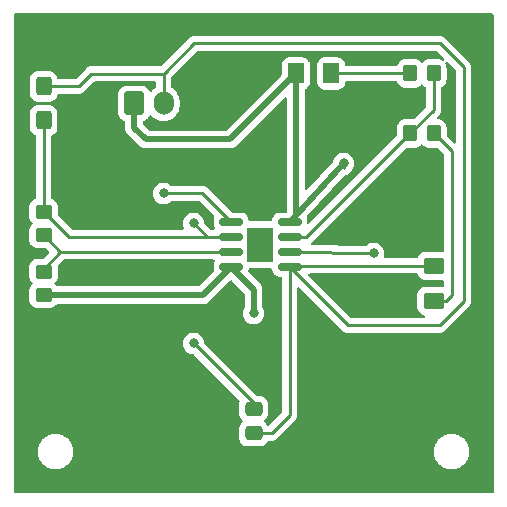
<source format=gbr>
%TF.GenerationSoftware,KiCad,Pcbnew,7.0.8*%
%TF.CreationDate,2023-10-28T09:33:15-07:00*%
%TF.ProjectId,lab2 KiCad,6c616232-204b-4694-9361-642e6b696361,rev?*%
%TF.SameCoordinates,Original*%
%TF.FileFunction,Copper,L1,Top*%
%TF.FilePolarity,Positive*%
%FSLAX46Y46*%
G04 Gerber Fmt 4.6, Leading zero omitted, Abs format (unit mm)*
G04 Created by KiCad (PCBNEW 7.0.8) date 2023-10-28 09:33:15*
%MOMM*%
%LPD*%
G01*
G04 APERTURE LIST*
G04 Aperture macros list*
%AMRoundRect*
0 Rectangle with rounded corners*
0 $1 Rounding radius*
0 $2 $3 $4 $5 $6 $7 $8 $9 X,Y pos of 4 corners*
0 Add a 4 corners polygon primitive as box body*
4,1,4,$2,$3,$4,$5,$6,$7,$8,$9,$2,$3,0*
0 Add four circle primitives for the rounded corners*
1,1,$1+$1,$2,$3*
1,1,$1+$1,$4,$5*
1,1,$1+$1,$6,$7*
1,1,$1+$1,$8,$9*
0 Add four rect primitives between the rounded corners*
20,1,$1+$1,$2,$3,$4,$5,0*
20,1,$1+$1,$4,$5,$6,$7,0*
20,1,$1+$1,$6,$7,$8,$9,0*
20,1,$1+$1,$8,$9,$2,$3,0*%
G04 Aperture macros list end*
%TA.AperFunction,SMDPad,CuDef*%
%ADD10RoundRect,0.250000X0.450000X-0.350000X0.450000X0.350000X-0.450000X0.350000X-0.450000X-0.350000X0*%
%TD*%
%TA.AperFunction,SMDPad,CuDef*%
%ADD11RoundRect,0.250001X0.462499X0.624999X-0.462499X0.624999X-0.462499X-0.624999X0.462499X-0.624999X0*%
%TD*%
%TA.AperFunction,SMDPad,CuDef*%
%ADD12RoundRect,0.150000X0.825000X0.150000X-0.825000X0.150000X-0.825000X-0.150000X0.825000X-0.150000X0*%
%TD*%
%TA.AperFunction,SMDPad,CuDef*%
%ADD13R,2.290000X3.000000*%
%TD*%
%TA.AperFunction,SMDPad,CuDef*%
%ADD14RoundRect,0.250000X-0.475000X0.337500X-0.475000X-0.337500X0.475000X-0.337500X0.475000X0.337500X0*%
%TD*%
%TA.AperFunction,SMDPad,CuDef*%
%ADD15RoundRect,0.250001X-0.624999X0.462499X-0.624999X-0.462499X0.624999X-0.462499X0.624999X0.462499X0*%
%TD*%
%TA.AperFunction,ComponentPad*%
%ADD16RoundRect,0.250000X-0.600000X-0.750000X0.600000X-0.750000X0.600000X0.750000X-0.600000X0.750000X0*%
%TD*%
%TA.AperFunction,ComponentPad*%
%ADD17O,1.700000X2.000000*%
%TD*%
%TA.AperFunction,SMDPad,CuDef*%
%ADD18RoundRect,0.250000X-0.350000X-0.450000X0.350000X-0.450000X0.350000X0.450000X-0.350000X0.450000X0*%
%TD*%
%TA.AperFunction,SMDPad,CuDef*%
%ADD19RoundRect,0.250000X0.425000X-0.537500X0.425000X0.537500X-0.425000X0.537500X-0.425000X-0.537500X0*%
%TD*%
%TA.AperFunction,ViaPad*%
%ADD20C,0.800000*%
%TD*%
%TA.AperFunction,Conductor*%
%ADD21C,0.250000*%
%TD*%
%TA.AperFunction,Conductor*%
%ADD22C,0.500000*%
%TD*%
G04 APERTURE END LIST*
D10*
%TO.P,R2,1*%
%TO.N,/pin_7*%
X162560000Y-107680000D03*
%TO.P,R2,2*%
%TO.N,/pin_2*%
X162560000Y-105680000D03*
%TD*%
D11*
%TO.P,D1,1,K*%
%TO.N,Net-(D1-K)*%
X186907500Y-93980000D03*
%TO.P,D1,2,A*%
%TO.N,+9V*%
X183932500Y-93980000D03*
%TD*%
D12*
%TO.P,U1,1,GND*%
%TO.N,GND*%
X183385000Y-110375000D03*
%TO.P,U1,2,TR*%
%TO.N,/pin_2*%
X183385000Y-109105000D03*
%TO.P,U1,3,Q*%
%TO.N,/pin_3*%
X183385000Y-107835000D03*
%TO.P,U1,4,R*%
%TO.N,+9V*%
X183385000Y-106565000D03*
%TO.P,U1,5,CV*%
%TO.N,Net-(U1-CV)*%
X178435000Y-106565000D03*
%TO.P,U1,6,THR*%
%TO.N,/pin_2*%
X178435000Y-107835000D03*
%TO.P,U1,7,DIS*%
%TO.N,/pin_7*%
X178435000Y-109105000D03*
%TO.P,U1,8,VCC*%
%TO.N,+9V*%
X178435000Y-110375000D03*
D13*
%TO.P,U1,9*%
%TO.N,N/C*%
X180910000Y-108470000D03*
%TD*%
D14*
%TO.P,C2,1*%
%TO.N,Net-(U1-CV)*%
X180340000Y-122385000D03*
%TO.P,C2,2*%
%TO.N,GND*%
X180340000Y-124460000D03*
%TD*%
D10*
%TO.P,R1,1*%
%TO.N,+9V*%
X162560000Y-112760000D03*
%TO.P,R1,2*%
%TO.N,/pin_7*%
X162560000Y-110760000D03*
%TD*%
D15*
%TO.P,D2,1,K*%
%TO.N,GND*%
X195580000Y-110272500D03*
%TO.P,D2,2,A*%
%TO.N,Net-(D2-A)*%
X195580000Y-113247500D03*
%TD*%
D16*
%TO.P,J1,1,Pin_1*%
%TO.N,+9V*%
X170220000Y-96520000D03*
D17*
%TO.P,J1,2,Pin_2*%
%TO.N,GND*%
X172720000Y-96520000D03*
%TD*%
D18*
%TO.P,R3,1*%
%TO.N,Net-(D1-K)*%
X193580000Y-93980000D03*
%TO.P,R3,2*%
%TO.N,/pin_3*%
X195580000Y-93980000D03*
%TD*%
D19*
%TO.P,C1,1*%
%TO.N,/pin_2*%
X162560000Y-97957500D03*
%TO.P,C1,2*%
%TO.N,GND*%
X162560000Y-95082500D03*
%TD*%
D18*
%TO.P,R4,1*%
%TO.N,/pin_3*%
X193580000Y-99060000D03*
%TO.P,R4,2*%
%TO.N,Net-(D2-A)*%
X195580000Y-99060000D03*
%TD*%
D20*
%TO.N,/pin_2*%
X175260000Y-106680000D03*
X190500000Y-109220000D03*
%TO.N,Net-(U1-CV)*%
X175260000Y-116840000D03*
X172720000Y-104140000D03*
%TO.N,+9V*%
X180340000Y-114300000D03*
X187960000Y-101600000D03*
%TD*%
D21*
%TO.N,GND*%
X183385000Y-122939000D02*
X183385000Y-110375000D01*
X181864000Y-124460000D02*
X183385000Y-122939000D01*
X180340000Y-124460000D02*
X181864000Y-124460000D01*
%TO.N,Net-(D2-A)*%
X197104000Y-100584000D02*
X195580000Y-99060000D01*
X195580000Y-113247500D02*
X196632500Y-113247500D01*
X196632500Y-113247500D02*
X197104000Y-112776000D01*
X197104000Y-112776000D02*
X197104000Y-100584000D01*
%TO.N,GND*%
X188326000Y-115316000D02*
X183385000Y-110375000D01*
X198120000Y-113284000D02*
X196088000Y-115316000D01*
X196088000Y-115316000D02*
X188326000Y-115316000D01*
X198120000Y-93472000D02*
X198120000Y-113284000D01*
X196088000Y-91440000D02*
X198120000Y-93472000D01*
X172740000Y-94000000D02*
X175300000Y-91440000D01*
X175300000Y-91440000D02*
X196088000Y-91440000D01*
D22*
%TO.N,+9V*%
X170220000Y-98592000D02*
X170220000Y-96520000D01*
X178344500Y-99568000D02*
X171196000Y-99568000D01*
X183932500Y-93980000D02*
X178344500Y-99568000D01*
X171196000Y-99568000D02*
X170220000Y-98592000D01*
D21*
%TO.N,GND*%
X165521500Y-95082500D02*
X162560000Y-95082500D01*
X166604000Y-94000000D02*
X165521500Y-95082500D01*
X172740000Y-94000000D02*
X166604000Y-94000000D01*
X172720000Y-96520000D02*
X172720000Y-94020000D01*
X172720000Y-94020000D02*
X172740000Y-94000000D01*
%TO.N,/pin_2*%
X176415000Y-107835000D02*
X178435000Y-107835000D01*
X190500000Y-109220000D02*
X190385000Y-109105000D01*
X183385000Y-109105000D02*
X190500000Y-109220000D01*
X162560000Y-97957500D02*
X162560000Y-105680000D01*
X162560000Y-105680000D02*
X164715000Y-107835000D01*
X164715000Y-107835000D02*
X178435000Y-107835000D01*
X175260000Y-106680000D02*
X176415000Y-107835000D01*
%TO.N,GND*%
X195580000Y-110272500D02*
X183487500Y-110272500D01*
X183487500Y-110272500D02*
X183385000Y-110375000D01*
%TO.N,Net-(U1-CV)*%
X172720000Y-104140000D02*
X176010000Y-104140000D01*
X180340000Y-121920000D02*
X175260000Y-116840000D01*
X176010000Y-104140000D02*
X178435000Y-106565000D01*
X180340000Y-122385000D02*
X180340000Y-121920000D01*
%TO.N,Net-(D1-K)*%
X193580000Y-93980000D02*
X186907500Y-93980000D01*
D22*
%TO.N,+9V*%
X180340000Y-112280000D02*
X178435000Y-110375000D01*
X183932500Y-93980000D02*
X183932500Y-106017500D01*
X162560000Y-112760000D02*
X176050000Y-112760000D01*
D21*
X183932500Y-106017500D02*
X183385000Y-106565000D01*
D22*
X176050000Y-112760000D02*
X178435000Y-110375000D01*
X180340000Y-114300000D02*
X180340000Y-112280000D01*
D21*
X187960000Y-101600000D02*
X187960000Y-101990000D01*
D22*
X183385000Y-106565000D02*
X187960000Y-101600000D01*
D21*
%TO.N,/pin_7*%
X163985000Y-109105000D02*
X178435000Y-109105000D01*
X162560000Y-110760000D02*
X162560000Y-110530000D01*
X162560000Y-110530000D02*
X163985000Y-109105000D01*
X162560000Y-107680000D02*
X163985000Y-109105000D01*
%TO.N,/pin_3*%
X193580000Y-99060000D02*
X184805000Y-107835000D01*
X195580000Y-93980000D02*
X195580000Y-97060000D01*
X195580000Y-97060000D02*
X193580000Y-99060000D01*
X184805000Y-107835000D02*
X183385000Y-107835000D01*
%TD*%
%TA.AperFunction,NonConductor*%
G36*
X200602539Y-88920185D02*
G01*
X200648294Y-88972989D01*
X200659500Y-89024500D01*
X200659500Y-129415500D01*
X200639815Y-129482539D01*
X200587011Y-129528294D01*
X200535500Y-129539500D01*
X160144500Y-129539500D01*
X160077461Y-129519815D01*
X160031706Y-129467011D01*
X160020500Y-129415500D01*
X160020500Y-125984000D01*
X162070357Y-125984000D01*
X162078029Y-126076589D01*
X162078350Y-126080456D01*
X162078562Y-126085579D01*
X162078562Y-126108081D01*
X162082265Y-126130282D01*
X162082899Y-126135365D01*
X162090891Y-126231816D01*
X162090891Y-126231818D01*
X162114654Y-126325657D01*
X162115705Y-126330672D01*
X162119407Y-126352854D01*
X162119409Y-126352862D01*
X162126714Y-126374141D01*
X162128176Y-126379053D01*
X162151935Y-126472874D01*
X162151939Y-126472887D01*
X162190815Y-126561515D01*
X162192677Y-126566286D01*
X162199986Y-126587576D01*
X162199988Y-126587579D01*
X162210698Y-126607371D01*
X162212948Y-126611975D01*
X162251827Y-126700608D01*
X162304764Y-126781634D01*
X162307388Y-126786038D01*
X162318095Y-126805823D01*
X162318098Y-126805828D01*
X162331926Y-126823595D01*
X162334903Y-126827765D01*
X162387834Y-126908782D01*
X162387838Y-126908787D01*
X162453393Y-126980000D01*
X162456706Y-126983911D01*
X162470522Y-127001662D01*
X162487080Y-127016905D01*
X162490694Y-127020519D01*
X162556256Y-127091738D01*
X162632651Y-127151199D01*
X162636547Y-127154499D01*
X162642913Y-127160360D01*
X162653099Y-127169737D01*
X162671936Y-127182044D01*
X162676102Y-127185018D01*
X162752491Y-127244474D01*
X162837640Y-127290554D01*
X162842001Y-127293153D01*
X162860855Y-127305471D01*
X162881494Y-127314524D01*
X162886033Y-127316743D01*
X162971190Y-127362828D01*
X163062754Y-127394262D01*
X163067489Y-127396109D01*
X163088116Y-127405157D01*
X163109932Y-127410681D01*
X163114816Y-127412135D01*
X163186089Y-127436603D01*
X163206385Y-127443571D01*
X163240189Y-127449211D01*
X163301866Y-127459503D01*
X163306879Y-127460555D01*
X163328676Y-127466075D01*
X163328678Y-127466075D01*
X163328685Y-127466077D01*
X163351125Y-127467936D01*
X163356169Y-127468564D01*
X163451665Y-127484500D01*
X163451666Y-127484500D01*
X163548448Y-127484500D01*
X163553561Y-127484711D01*
X163569415Y-127486025D01*
X163575998Y-127486571D01*
X163576000Y-127486571D01*
X163576002Y-127486571D01*
X163582584Y-127486025D01*
X163598438Y-127484711D01*
X163603552Y-127484500D01*
X163700330Y-127484500D01*
X163700335Y-127484500D01*
X163795851Y-127468561D01*
X163800862Y-127467937D01*
X163823315Y-127466077D01*
X163845153Y-127460546D01*
X163850105Y-127459508D01*
X163945614Y-127443571D01*
X164037198Y-127412129D01*
X164042042Y-127410688D01*
X164063884Y-127405157D01*
X164084500Y-127396113D01*
X164089234Y-127394265D01*
X164180810Y-127362828D01*
X164265975Y-127316738D01*
X164270505Y-127314524D01*
X164291145Y-127305471D01*
X164310008Y-127293146D01*
X164314337Y-127290566D01*
X164399509Y-127244474D01*
X164475931Y-127184992D01*
X164480018Y-127182073D01*
X164498898Y-127169739D01*
X164515466Y-127154487D01*
X164519341Y-127151204D01*
X164595744Y-127091738D01*
X164661313Y-127020510D01*
X164664897Y-127016925D01*
X164681477Y-127001663D01*
X164695320Y-126983876D01*
X164698581Y-126980026D01*
X164764164Y-126908785D01*
X164817127Y-126827718D01*
X164820053Y-126823620D01*
X164833902Y-126805828D01*
X164844623Y-126786016D01*
X164847233Y-126781636D01*
X164900173Y-126700607D01*
X164939061Y-126611950D01*
X164941299Y-126607375D01*
X164941301Y-126607371D01*
X164952014Y-126587576D01*
X164959336Y-126566246D01*
X164961162Y-126561564D01*
X165000063Y-126472881D01*
X165023826Y-126379041D01*
X165025278Y-126374162D01*
X165032592Y-126352859D01*
X165036296Y-126330658D01*
X165037340Y-126325677D01*
X165061108Y-126231821D01*
X165069104Y-126135321D01*
X165069733Y-126130282D01*
X165073438Y-126108081D01*
X165074088Y-126076589D01*
X165074283Y-126072812D01*
X165081643Y-125984000D01*
X195598357Y-125984000D01*
X195606029Y-126076589D01*
X195606350Y-126080456D01*
X195606562Y-126085579D01*
X195606562Y-126108081D01*
X195610265Y-126130282D01*
X195610899Y-126135365D01*
X195618891Y-126231816D01*
X195618891Y-126231818D01*
X195642654Y-126325657D01*
X195643705Y-126330672D01*
X195647407Y-126352854D01*
X195647409Y-126352862D01*
X195654714Y-126374141D01*
X195656176Y-126379053D01*
X195679935Y-126472874D01*
X195679939Y-126472887D01*
X195718815Y-126561515D01*
X195720677Y-126566286D01*
X195727986Y-126587576D01*
X195727988Y-126587579D01*
X195738698Y-126607371D01*
X195740948Y-126611975D01*
X195779827Y-126700608D01*
X195832764Y-126781634D01*
X195835388Y-126786038D01*
X195846095Y-126805823D01*
X195846098Y-126805828D01*
X195859926Y-126823595D01*
X195862903Y-126827765D01*
X195915834Y-126908782D01*
X195915838Y-126908787D01*
X195981393Y-126980000D01*
X195984706Y-126983911D01*
X195998522Y-127001662D01*
X196015080Y-127016905D01*
X196018694Y-127020519D01*
X196084256Y-127091738D01*
X196160651Y-127151199D01*
X196164547Y-127154499D01*
X196170913Y-127160360D01*
X196181099Y-127169737D01*
X196199936Y-127182044D01*
X196204102Y-127185018D01*
X196280491Y-127244474D01*
X196365640Y-127290554D01*
X196370001Y-127293153D01*
X196388855Y-127305471D01*
X196409494Y-127314524D01*
X196414033Y-127316743D01*
X196499190Y-127362828D01*
X196590754Y-127394262D01*
X196595489Y-127396109D01*
X196616116Y-127405157D01*
X196637932Y-127410681D01*
X196642816Y-127412135D01*
X196714089Y-127436603D01*
X196734385Y-127443571D01*
X196768189Y-127449211D01*
X196829866Y-127459503D01*
X196834879Y-127460555D01*
X196856676Y-127466075D01*
X196856678Y-127466075D01*
X196856685Y-127466077D01*
X196879125Y-127467936D01*
X196884169Y-127468564D01*
X196979665Y-127484500D01*
X196979666Y-127484500D01*
X197076448Y-127484500D01*
X197081561Y-127484711D01*
X197097415Y-127486025D01*
X197103998Y-127486571D01*
X197104000Y-127486571D01*
X197104002Y-127486571D01*
X197110584Y-127486025D01*
X197126438Y-127484711D01*
X197131552Y-127484500D01*
X197228330Y-127484500D01*
X197228335Y-127484500D01*
X197323851Y-127468561D01*
X197328862Y-127467937D01*
X197351315Y-127466077D01*
X197373153Y-127460546D01*
X197378105Y-127459508D01*
X197473614Y-127443571D01*
X197565198Y-127412129D01*
X197570042Y-127410688D01*
X197591884Y-127405157D01*
X197612500Y-127396113D01*
X197617234Y-127394265D01*
X197708810Y-127362828D01*
X197793975Y-127316738D01*
X197798505Y-127314524D01*
X197819145Y-127305471D01*
X197838008Y-127293146D01*
X197842337Y-127290566D01*
X197927509Y-127244474D01*
X198003931Y-127184992D01*
X198008018Y-127182073D01*
X198026898Y-127169739D01*
X198043466Y-127154487D01*
X198047341Y-127151204D01*
X198123744Y-127091738D01*
X198189313Y-127020510D01*
X198192897Y-127016925D01*
X198209477Y-127001663D01*
X198223320Y-126983876D01*
X198226581Y-126980026D01*
X198292164Y-126908785D01*
X198345127Y-126827718D01*
X198348053Y-126823620D01*
X198361902Y-126805828D01*
X198372623Y-126786016D01*
X198375233Y-126781636D01*
X198428173Y-126700607D01*
X198467061Y-126611950D01*
X198469299Y-126607375D01*
X198469301Y-126607371D01*
X198480014Y-126587576D01*
X198487336Y-126566246D01*
X198489162Y-126561564D01*
X198528063Y-126472881D01*
X198551826Y-126379041D01*
X198553278Y-126374162D01*
X198560592Y-126352859D01*
X198564296Y-126330658D01*
X198565340Y-126325677D01*
X198589108Y-126231821D01*
X198597104Y-126135321D01*
X198597733Y-126130282D01*
X198601438Y-126108081D01*
X198602088Y-126076589D01*
X198602283Y-126072812D01*
X198609643Y-125984000D01*
X198602284Y-125895190D01*
X198602088Y-125891407D01*
X198601438Y-125859919D01*
X198597733Y-125837714D01*
X198597103Y-125832666D01*
X198589108Y-125736179D01*
X198565341Y-125642327D01*
X198564295Y-125637334D01*
X198560592Y-125615143D01*
X198560591Y-125615140D01*
X198553283Y-125593850D01*
X198551825Y-125588952D01*
X198528062Y-125495116D01*
X198489185Y-125406487D01*
X198489174Y-125406461D01*
X198487329Y-125401734D01*
X198480014Y-125380424D01*
X198469298Y-125360622D01*
X198467052Y-125356029D01*
X198428173Y-125267393D01*
X198428173Y-125267392D01*
X198375231Y-125186358D01*
X198372607Y-125181954D01*
X198361904Y-125162177D01*
X198361902Y-125162172D01*
X198348080Y-125144413D01*
X198345102Y-125140242D01*
X198292166Y-125059218D01*
X198292165Y-125059217D01*
X198292164Y-125059215D01*
X198249147Y-125012486D01*
X198226606Y-124987999D01*
X198223295Y-124984090D01*
X198209477Y-124966337D01*
X198209473Y-124966332D01*
X198192919Y-124951093D01*
X198189301Y-124947476D01*
X198123744Y-124876262D01*
X198047352Y-124816804D01*
X198043444Y-124813493D01*
X198026898Y-124798261D01*
X198008063Y-124785955D01*
X198003897Y-124782981D01*
X197927509Y-124723526D01*
X197927508Y-124723525D01*
X197927505Y-124723523D01*
X197927503Y-124723522D01*
X197842385Y-124677459D01*
X197837981Y-124674835D01*
X197819145Y-124662529D01*
X197798547Y-124653494D01*
X197793940Y-124651242D01*
X197708811Y-124605172D01*
X197708802Y-124605169D01*
X197617259Y-124573742D01*
X197612484Y-124571879D01*
X197612312Y-124571803D01*
X197591884Y-124562843D01*
X197591880Y-124562842D01*
X197591878Y-124562841D01*
X197570076Y-124557319D01*
X197565166Y-124555858D01*
X197473614Y-124524429D01*
X197378138Y-124508496D01*
X197373123Y-124507444D01*
X197351312Y-124501922D01*
X197351316Y-124501922D01*
X197328895Y-124500065D01*
X197323810Y-124499431D01*
X197228336Y-124483500D01*
X197228335Y-124483500D01*
X197131541Y-124483500D01*
X197126427Y-124483288D01*
X197110555Y-124481973D01*
X197104002Y-124481430D01*
X197103998Y-124481430D01*
X197097444Y-124481973D01*
X197081572Y-124483288D01*
X197076459Y-124483500D01*
X196979665Y-124483500D01*
X196884188Y-124499431D01*
X196879103Y-124500065D01*
X196856688Y-124501922D01*
X196856683Y-124501923D01*
X196834880Y-124507444D01*
X196829866Y-124508495D01*
X196734382Y-124524429D01*
X196642834Y-124555856D01*
X196637927Y-124557317D01*
X196616126Y-124562839D01*
X196616116Y-124562843D01*
X196595510Y-124571881D01*
X196590738Y-124573742D01*
X196499194Y-124605170D01*
X196499183Y-124605175D01*
X196414062Y-124651240D01*
X196409458Y-124653491D01*
X196388854Y-124662529D01*
X196388845Y-124662534D01*
X196370023Y-124674831D01*
X196365621Y-124677455D01*
X196280492Y-124723524D01*
X196280489Y-124723527D01*
X196204106Y-124782977D01*
X196199938Y-124785954D01*
X196181099Y-124798263D01*
X196164542Y-124813503D01*
X196160635Y-124816812D01*
X196084255Y-124876262D01*
X196018697Y-124947476D01*
X196015075Y-124951098D01*
X195998529Y-124966330D01*
X195998514Y-124966346D01*
X195984699Y-124984094D01*
X195981390Y-124988001D01*
X195915836Y-125059215D01*
X195862901Y-125140236D01*
X195859925Y-125144404D01*
X195846099Y-125162170D01*
X195846094Y-125162177D01*
X195835386Y-125181964D01*
X195832763Y-125186365D01*
X195779828Y-125267390D01*
X195740953Y-125356015D01*
X195738704Y-125360615D01*
X195727985Y-125380424D01*
X195720676Y-125401714D01*
X195718814Y-125406487D01*
X195692724Y-125465967D01*
X195679939Y-125495116D01*
X195679936Y-125495122D01*
X195656177Y-125588942D01*
X195654716Y-125593850D01*
X195647408Y-125615140D01*
X195643705Y-125637327D01*
X195642654Y-125642342D01*
X195618891Y-125736178D01*
X195618891Y-125736182D01*
X195610898Y-125832634D01*
X195610265Y-125837714D01*
X195606562Y-125859919D01*
X195606562Y-125882419D01*
X195606350Y-125887535D01*
X195598357Y-125984000D01*
X165081643Y-125984000D01*
X165074284Y-125895190D01*
X165074088Y-125891407D01*
X165073438Y-125859919D01*
X165069733Y-125837714D01*
X165069103Y-125832666D01*
X165061108Y-125736179D01*
X165037341Y-125642327D01*
X165036295Y-125637334D01*
X165032592Y-125615143D01*
X165032591Y-125615140D01*
X165025283Y-125593850D01*
X165023825Y-125588952D01*
X165000062Y-125495116D01*
X164961185Y-125406487D01*
X164961174Y-125406461D01*
X164959329Y-125401734D01*
X164952014Y-125380424D01*
X164941298Y-125360622D01*
X164939052Y-125356029D01*
X164900173Y-125267393D01*
X164900173Y-125267392D01*
X164847231Y-125186358D01*
X164844607Y-125181954D01*
X164833904Y-125162177D01*
X164833902Y-125162172D01*
X164820080Y-125144413D01*
X164817102Y-125140242D01*
X164764166Y-125059218D01*
X164764165Y-125059217D01*
X164764164Y-125059215D01*
X164721147Y-125012486D01*
X164698606Y-124987999D01*
X164695295Y-124984090D01*
X164681477Y-124966337D01*
X164681473Y-124966332D01*
X164664919Y-124951093D01*
X164661301Y-124947476D01*
X164595744Y-124876262D01*
X164519352Y-124816804D01*
X164515444Y-124813493D01*
X164498898Y-124798261D01*
X164480063Y-124785955D01*
X164475897Y-124782981D01*
X164399509Y-124723526D01*
X164399508Y-124723525D01*
X164399505Y-124723523D01*
X164399503Y-124723522D01*
X164314385Y-124677459D01*
X164309981Y-124674835D01*
X164291145Y-124662529D01*
X164270547Y-124653494D01*
X164265940Y-124651242D01*
X164180811Y-124605172D01*
X164180802Y-124605169D01*
X164089259Y-124573742D01*
X164084484Y-124571879D01*
X164084312Y-124571803D01*
X164063884Y-124562843D01*
X164063880Y-124562842D01*
X164063878Y-124562841D01*
X164042076Y-124557319D01*
X164037166Y-124555858D01*
X163945614Y-124524429D01*
X163850138Y-124508496D01*
X163845123Y-124507444D01*
X163823312Y-124501922D01*
X163823316Y-124501922D01*
X163800895Y-124500065D01*
X163795810Y-124499431D01*
X163700336Y-124483500D01*
X163700335Y-124483500D01*
X163603541Y-124483500D01*
X163598427Y-124483288D01*
X163582555Y-124481973D01*
X163576002Y-124481430D01*
X163575998Y-124481430D01*
X163569444Y-124481973D01*
X163553572Y-124483288D01*
X163548459Y-124483500D01*
X163451665Y-124483500D01*
X163356188Y-124499431D01*
X163351103Y-124500065D01*
X163328688Y-124501922D01*
X163328683Y-124501923D01*
X163306880Y-124507444D01*
X163301866Y-124508495D01*
X163206382Y-124524429D01*
X163114834Y-124555856D01*
X163109927Y-124557317D01*
X163088126Y-124562839D01*
X163088116Y-124562843D01*
X163067510Y-124571881D01*
X163062738Y-124573742D01*
X162971194Y-124605170D01*
X162971183Y-124605175D01*
X162886062Y-124651240D01*
X162881458Y-124653491D01*
X162860854Y-124662529D01*
X162860845Y-124662534D01*
X162842023Y-124674831D01*
X162837621Y-124677455D01*
X162752492Y-124723524D01*
X162752489Y-124723527D01*
X162676106Y-124782977D01*
X162671938Y-124785954D01*
X162653099Y-124798263D01*
X162636542Y-124813503D01*
X162632635Y-124816812D01*
X162556255Y-124876262D01*
X162490697Y-124947476D01*
X162487075Y-124951098D01*
X162470529Y-124966330D01*
X162470514Y-124966346D01*
X162456699Y-124984094D01*
X162453390Y-124988001D01*
X162387836Y-125059215D01*
X162334901Y-125140236D01*
X162331925Y-125144404D01*
X162318099Y-125162170D01*
X162318094Y-125162177D01*
X162307386Y-125181964D01*
X162304763Y-125186365D01*
X162251828Y-125267390D01*
X162212953Y-125356015D01*
X162210704Y-125360615D01*
X162199985Y-125380424D01*
X162192676Y-125401714D01*
X162190814Y-125406487D01*
X162164724Y-125465967D01*
X162151939Y-125495116D01*
X162151936Y-125495122D01*
X162128177Y-125588942D01*
X162126716Y-125593850D01*
X162119408Y-125615140D01*
X162115705Y-125637327D01*
X162114654Y-125642342D01*
X162090891Y-125736178D01*
X162090891Y-125736182D01*
X162082898Y-125832634D01*
X162082265Y-125837714D01*
X162078562Y-125859919D01*
X162078562Y-125882419D01*
X162078350Y-125887535D01*
X162070357Y-125984000D01*
X160020500Y-125984000D01*
X160020500Y-113160001D01*
X161359500Y-113160001D01*
X161359501Y-113160019D01*
X161370000Y-113262796D01*
X161370001Y-113262799D01*
X161398310Y-113348229D01*
X161425186Y-113429334D01*
X161517288Y-113578656D01*
X161641344Y-113702712D01*
X161790666Y-113794814D01*
X161957203Y-113849999D01*
X162059991Y-113860500D01*
X163060008Y-113860499D01*
X163060016Y-113860498D01*
X163060019Y-113860498D01*
X163116302Y-113854748D01*
X163162797Y-113849999D01*
X163329334Y-113794814D01*
X163478656Y-113702712D01*
X163602712Y-113578656D01*
X163608420Y-113569402D01*
X163660368Y-113522678D01*
X163713958Y-113510500D01*
X175986295Y-113510500D01*
X176004265Y-113511809D01*
X176028023Y-113515289D01*
X176080068Y-113510735D01*
X176085470Y-113510500D01*
X176093704Y-113510500D01*
X176093709Y-113510500D01*
X176105327Y-113509141D01*
X176126276Y-113506693D01*
X176139028Y-113505577D01*
X176202797Y-113499999D01*
X176202805Y-113499996D01*
X176209866Y-113498539D01*
X176209878Y-113498598D01*
X176217243Y-113496965D01*
X176217229Y-113496906D01*
X176224246Y-113495241D01*
X176224255Y-113495241D01*
X176296423Y-113468974D01*
X176369334Y-113444814D01*
X176369343Y-113444807D01*
X176375882Y-113441760D01*
X176375908Y-113441816D01*
X176382690Y-113438532D01*
X176382663Y-113438478D01*
X176389106Y-113435240D01*
X176389117Y-113435237D01*
X176453283Y-113393034D01*
X176518656Y-113352712D01*
X176518662Y-113352705D01*
X176524325Y-113348229D01*
X176524362Y-113348277D01*
X176530204Y-113343518D01*
X176530164Y-113343471D01*
X176535691Y-113338832D01*
X176535696Y-113338830D01*
X176588386Y-113282981D01*
X178347318Y-111524047D01*
X178408641Y-111490563D01*
X178478332Y-111495547D01*
X178522680Y-111524048D01*
X179553181Y-112554549D01*
X179586666Y-112615872D01*
X179589500Y-112642230D01*
X179589500Y-113765677D01*
X179572887Y-113827677D01*
X179512821Y-113931714D01*
X179454327Y-114111740D01*
X179454326Y-114111744D01*
X179434540Y-114300000D01*
X179454326Y-114488256D01*
X179454327Y-114488259D01*
X179512818Y-114668277D01*
X179512821Y-114668284D01*
X179607467Y-114832216D01*
X179734129Y-114972888D01*
X179887265Y-115084148D01*
X179887270Y-115084151D01*
X180060192Y-115161142D01*
X180060197Y-115161144D01*
X180245354Y-115200500D01*
X180245355Y-115200500D01*
X180434644Y-115200500D01*
X180434646Y-115200500D01*
X180619803Y-115161144D01*
X180792730Y-115084151D01*
X180945871Y-114972888D01*
X181072533Y-114832216D01*
X181167179Y-114668284D01*
X181225674Y-114488256D01*
X181245460Y-114300000D01*
X181225674Y-114111744D01*
X181167179Y-113931716D01*
X181127389Y-113862797D01*
X181107113Y-113827677D01*
X181090500Y-113765677D01*
X181090500Y-112343705D01*
X181091809Y-112325735D01*
X181093184Y-112316345D01*
X181095289Y-112301977D01*
X181090735Y-112249931D01*
X181090500Y-112244528D01*
X181090500Y-112236297D01*
X181090500Y-112236291D01*
X181086693Y-112203724D01*
X181079999Y-112127203D01*
X181079999Y-112127201D01*
X181078539Y-112120129D01*
X181078597Y-112120116D01*
X181076965Y-112112757D01*
X181076906Y-112112772D01*
X181075242Y-112105753D01*
X181075241Y-112105745D01*
X181048974Y-112033576D01*
X181024814Y-111960666D01*
X181024809Y-111960659D01*
X181021760Y-111954118D01*
X181021815Y-111954091D01*
X181018533Y-111947313D01*
X181018480Y-111947340D01*
X181015235Y-111940880D01*
X180973028Y-111876708D01*
X180932710Y-111811342D01*
X180928234Y-111805682D01*
X180928281Y-111805644D01*
X180923519Y-111799799D01*
X180923474Y-111799838D01*
X180918834Y-111794308D01*
X180862964Y-111741596D01*
X179923734Y-110802366D01*
X179890249Y-110741043D01*
X179892339Y-110680089D01*
X179907598Y-110627569D01*
X179910500Y-110590694D01*
X179910541Y-110589643D01*
X179932836Y-110523426D01*
X179987391Y-110479774D01*
X180034446Y-110470499D01*
X181785554Y-110470499D01*
X181852593Y-110490184D01*
X181898348Y-110542988D01*
X181909459Y-110589643D01*
X181909500Y-110590700D01*
X181912401Y-110627566D01*
X181912402Y-110627573D01*
X181958254Y-110785393D01*
X181958255Y-110785396D01*
X182041917Y-110926862D01*
X182041923Y-110926870D01*
X182158129Y-111043076D01*
X182158133Y-111043079D01*
X182158135Y-111043081D01*
X182299602Y-111126744D01*
X182341224Y-111138836D01*
X182457426Y-111172597D01*
X182457429Y-111172597D01*
X182457431Y-111172598D01*
X182469722Y-111173565D01*
X182494304Y-111175500D01*
X182494306Y-111175500D01*
X182635500Y-111175500D01*
X182702539Y-111195185D01*
X182748294Y-111247989D01*
X182759500Y-111299500D01*
X182759500Y-122628547D01*
X182739815Y-122695586D01*
X182723181Y-122716228D01*
X181662752Y-123776656D01*
X181601429Y-123810141D01*
X181531737Y-123805157D01*
X181475804Y-123763285D01*
X181469532Y-123754071D01*
X181407712Y-123653844D01*
X181283658Y-123529790D01*
X181283656Y-123529788D01*
X181280819Y-123528038D01*
X181279283Y-123526330D01*
X181277989Y-123525307D01*
X181278163Y-123525085D01*
X181234096Y-123476094D01*
X181222872Y-123407132D01*
X181250713Y-123343049D01*
X181280817Y-123316962D01*
X181283656Y-123315212D01*
X181407712Y-123191156D01*
X181499814Y-123041834D01*
X181554999Y-122875297D01*
X181565500Y-122772509D01*
X181565499Y-121997492D01*
X181554999Y-121894703D01*
X181499814Y-121728166D01*
X181407712Y-121578844D01*
X181283656Y-121454788D01*
X181134334Y-121362686D01*
X180967797Y-121307501D01*
X180967795Y-121307500D01*
X180865016Y-121297000D01*
X180865009Y-121297000D01*
X180652952Y-121297000D01*
X180585913Y-121277315D01*
X180565271Y-121260681D01*
X176198960Y-116894369D01*
X176165475Y-116833046D01*
X176163323Y-116819668D01*
X176145674Y-116651744D01*
X176087179Y-116471716D01*
X175992533Y-116307784D01*
X175865871Y-116167112D01*
X175865870Y-116167111D01*
X175712734Y-116055851D01*
X175712729Y-116055848D01*
X175539807Y-115978857D01*
X175539802Y-115978855D01*
X175385974Y-115946159D01*
X175354646Y-115939500D01*
X175165354Y-115939500D01*
X175134026Y-115946159D01*
X174980197Y-115978855D01*
X174980192Y-115978857D01*
X174807270Y-116055848D01*
X174807265Y-116055851D01*
X174654129Y-116167111D01*
X174527466Y-116307785D01*
X174432821Y-116471715D01*
X174432818Y-116471722D01*
X174374327Y-116651740D01*
X174374326Y-116651744D01*
X174354540Y-116840000D01*
X174374326Y-117028256D01*
X174374327Y-117028259D01*
X174432818Y-117208277D01*
X174432821Y-117208284D01*
X174527467Y-117372216D01*
X174654129Y-117512888D01*
X174807265Y-117624148D01*
X174807270Y-117624151D01*
X174980192Y-117701142D01*
X174980197Y-117701144D01*
X175165354Y-117740500D01*
X175224548Y-117740500D01*
X175291587Y-117760185D01*
X175312229Y-117776819D01*
X179146858Y-121611449D01*
X179180343Y-121672772D01*
X179176883Y-121738134D01*
X179125001Y-121894703D01*
X179125000Y-121894704D01*
X179114500Y-121997483D01*
X179114500Y-122772501D01*
X179114501Y-122772519D01*
X179125000Y-122875296D01*
X179125001Y-122875299D01*
X179159226Y-122978582D01*
X179180186Y-123041834D01*
X179259912Y-123171092D01*
X179272289Y-123191157D01*
X179396346Y-123315214D01*
X179399182Y-123316963D01*
X179400717Y-123318670D01*
X179402011Y-123319693D01*
X179401836Y-123319914D01*
X179445905Y-123368911D01*
X179457126Y-123437874D01*
X179429282Y-123501956D01*
X179399182Y-123528037D01*
X179396346Y-123529785D01*
X179272289Y-123653842D01*
X179180187Y-123803163D01*
X179180185Y-123803168D01*
X179169803Y-123834500D01*
X179125001Y-123969703D01*
X179125001Y-123969704D01*
X179125000Y-123969704D01*
X179114500Y-124072483D01*
X179114500Y-124847501D01*
X179114501Y-124847519D01*
X179125000Y-124950296D01*
X179125001Y-124950299D01*
X179180185Y-125116831D01*
X179180187Y-125116836D01*
X179208154Y-125162177D01*
X179272288Y-125266156D01*
X179396344Y-125390212D01*
X179545666Y-125482314D01*
X179712203Y-125537499D01*
X179814991Y-125548000D01*
X180865008Y-125547999D01*
X180865016Y-125547998D01*
X180865019Y-125547998D01*
X180921302Y-125542248D01*
X180967797Y-125537499D01*
X181134334Y-125482314D01*
X181283656Y-125390212D01*
X181407712Y-125266156D01*
X181482809Y-125144402D01*
X181534757Y-125097679D01*
X181588348Y-125085500D01*
X181781257Y-125085500D01*
X181796877Y-125087224D01*
X181796904Y-125086939D01*
X181804660Y-125087671D01*
X181804667Y-125087673D01*
X181873814Y-125085500D01*
X181903350Y-125085500D01*
X181910228Y-125084630D01*
X181916041Y-125084172D01*
X181962627Y-125082709D01*
X181981869Y-125077117D01*
X182000912Y-125073174D01*
X182020792Y-125070664D01*
X182064122Y-125053507D01*
X182069646Y-125051617D01*
X182073396Y-125050527D01*
X182114390Y-125038618D01*
X182131629Y-125028422D01*
X182149103Y-125019862D01*
X182167727Y-125012488D01*
X182167727Y-125012487D01*
X182167732Y-125012486D01*
X182205449Y-124985082D01*
X182210305Y-124981892D01*
X182250420Y-124958170D01*
X182264589Y-124943999D01*
X182279379Y-124931368D01*
X182295587Y-124919594D01*
X182325299Y-124883676D01*
X182329212Y-124879376D01*
X183768787Y-123439802D01*
X183781042Y-123429986D01*
X183780859Y-123429764D01*
X183786866Y-123424792D01*
X183786877Y-123424786D01*
X183817775Y-123391882D01*
X183834227Y-123374364D01*
X183844671Y-123363918D01*
X183855120Y-123353471D01*
X183859379Y-123347978D01*
X183863152Y-123343561D01*
X183895062Y-123309582D01*
X183904715Y-123292020D01*
X183915389Y-123275770D01*
X183927673Y-123259936D01*
X183946180Y-123217167D01*
X183948749Y-123211924D01*
X183971196Y-123171093D01*
X183971197Y-123171092D01*
X183976177Y-123151691D01*
X183982478Y-123133288D01*
X183990438Y-123114896D01*
X183997730Y-123068849D01*
X183998911Y-123063152D01*
X184010500Y-123018019D01*
X184010500Y-122997983D01*
X184012027Y-122978582D01*
X184015160Y-122958804D01*
X184010775Y-122912415D01*
X184010500Y-122906577D01*
X184010500Y-112184452D01*
X184030185Y-112117413D01*
X184082989Y-112071658D01*
X184152147Y-112061714D01*
X184215703Y-112090739D01*
X184222180Y-112096770D01*
X186057123Y-113931714D01*
X187825197Y-115699788D01*
X187835022Y-115712051D01*
X187835243Y-115711869D01*
X187840214Y-115717878D01*
X187861043Y-115737437D01*
X187890635Y-115765226D01*
X187911529Y-115786120D01*
X187917011Y-115790373D01*
X187921443Y-115794157D01*
X187955418Y-115826062D01*
X187972976Y-115835714D01*
X187989235Y-115846395D01*
X188005064Y-115858673D01*
X188047838Y-115877182D01*
X188053056Y-115879738D01*
X188093908Y-115902197D01*
X188113316Y-115907180D01*
X188131717Y-115913480D01*
X188150104Y-115921437D01*
X188193488Y-115928308D01*
X188196119Y-115928725D01*
X188201839Y-115929909D01*
X188246981Y-115941500D01*
X188267016Y-115941500D01*
X188286414Y-115943026D01*
X188306194Y-115946159D01*
X188306195Y-115946160D01*
X188306195Y-115946159D01*
X188306196Y-115946160D01*
X188352584Y-115941775D01*
X188358422Y-115941500D01*
X196005257Y-115941500D01*
X196020877Y-115943224D01*
X196020904Y-115942939D01*
X196028660Y-115943671D01*
X196028667Y-115943673D01*
X196097814Y-115941500D01*
X196127350Y-115941500D01*
X196134228Y-115940630D01*
X196140041Y-115940172D01*
X196186627Y-115938709D01*
X196205869Y-115933117D01*
X196224912Y-115929174D01*
X196244792Y-115926664D01*
X196288122Y-115909507D01*
X196293646Y-115907617D01*
X196297396Y-115906527D01*
X196338390Y-115894618D01*
X196355629Y-115884422D01*
X196373103Y-115875862D01*
X196391727Y-115868488D01*
X196391727Y-115868487D01*
X196391732Y-115868486D01*
X196429449Y-115841082D01*
X196434305Y-115837892D01*
X196474420Y-115814170D01*
X196488589Y-115799999D01*
X196503379Y-115787368D01*
X196519587Y-115775594D01*
X196549299Y-115739676D01*
X196553212Y-115735376D01*
X198503788Y-113784801D01*
X198516042Y-113774986D01*
X198515859Y-113774764D01*
X198521866Y-113769792D01*
X198521877Y-113769786D01*
X198552775Y-113736882D01*
X198569227Y-113719364D01*
X198579671Y-113708918D01*
X198590120Y-113698471D01*
X198594379Y-113692978D01*
X198598152Y-113688561D01*
X198630062Y-113654582D01*
X198639715Y-113637020D01*
X198650389Y-113620770D01*
X198662673Y-113604936D01*
X198681180Y-113562167D01*
X198683749Y-113556924D01*
X198706196Y-113516093D01*
X198706197Y-113516092D01*
X198711177Y-113496691D01*
X198717478Y-113478288D01*
X198725438Y-113459896D01*
X198732730Y-113413849D01*
X198733911Y-113408152D01*
X198745500Y-113363019D01*
X198745500Y-113342983D01*
X198747027Y-113323582D01*
X198750160Y-113303804D01*
X198745775Y-113257415D01*
X198745500Y-113251577D01*
X198745500Y-93554742D01*
X198747224Y-93539122D01*
X198746939Y-93539096D01*
X198747671Y-93531340D01*
X198747673Y-93531333D01*
X198745500Y-93462185D01*
X198745500Y-93432650D01*
X198744631Y-93425772D01*
X198744172Y-93419943D01*
X198743210Y-93389336D01*
X198742709Y-93373373D01*
X198742405Y-93372328D01*
X198737122Y-93354144D01*
X198733174Y-93335084D01*
X198733140Y-93334815D01*
X198730664Y-93315208D01*
X198730663Y-93315206D01*
X198730663Y-93315204D01*
X198713512Y-93271887D01*
X198711619Y-93266358D01*
X198698618Y-93221609D01*
X198698616Y-93221606D01*
X198688423Y-93204371D01*
X198679861Y-93186894D01*
X198672487Y-93168270D01*
X198672486Y-93168268D01*
X198645079Y-93130545D01*
X198641888Y-93125686D01*
X198618172Y-93085583D01*
X198618165Y-93085574D01*
X198604006Y-93071415D01*
X198591368Y-93056619D01*
X198579594Y-93040413D01*
X198573853Y-93035664D01*
X198543688Y-93010709D01*
X198539376Y-93006786D01*
X196588803Y-91056212D01*
X196578980Y-91043950D01*
X196578759Y-91044134D01*
X196573786Y-91038123D01*
X196555159Y-91020631D01*
X196523364Y-90990773D01*
X196512919Y-90980328D01*
X196502475Y-90969883D01*
X196496986Y-90965625D01*
X196492561Y-90961847D01*
X196458582Y-90929938D01*
X196458580Y-90929936D01*
X196458577Y-90929935D01*
X196441029Y-90920288D01*
X196424763Y-90909604D01*
X196408933Y-90897325D01*
X196366168Y-90878818D01*
X196360922Y-90876248D01*
X196320093Y-90853803D01*
X196320092Y-90853802D01*
X196300693Y-90848822D01*
X196282281Y-90842518D01*
X196263898Y-90834562D01*
X196263892Y-90834560D01*
X196217874Y-90827272D01*
X196212152Y-90826087D01*
X196167021Y-90814500D01*
X196167019Y-90814500D01*
X196146984Y-90814500D01*
X196127586Y-90812973D01*
X196120162Y-90811797D01*
X196107805Y-90809840D01*
X196107804Y-90809840D01*
X196061416Y-90814225D01*
X196055578Y-90814500D01*
X175382743Y-90814500D01*
X175367122Y-90812775D01*
X175367095Y-90813061D01*
X175359333Y-90812326D01*
X175290172Y-90814500D01*
X175260649Y-90814500D01*
X175253778Y-90815367D01*
X175247959Y-90815825D01*
X175201374Y-90817289D01*
X175201368Y-90817290D01*
X175182126Y-90822880D01*
X175163087Y-90826823D01*
X175143217Y-90829334D01*
X175143203Y-90829337D01*
X175099883Y-90846488D01*
X175094358Y-90848380D01*
X175049613Y-90861380D01*
X175049610Y-90861381D01*
X175032366Y-90871579D01*
X175014905Y-90880133D01*
X174996274Y-90887510D01*
X174996262Y-90887517D01*
X174958570Y-90914902D01*
X174953687Y-90918109D01*
X174913580Y-90941829D01*
X174899414Y-90955995D01*
X174884624Y-90968627D01*
X174868414Y-90980404D01*
X174868411Y-90980407D01*
X174838710Y-91016309D01*
X174834777Y-91020631D01*
X172517228Y-93338181D01*
X172455905Y-93371666D01*
X172429547Y-93374500D01*
X166686737Y-93374500D01*
X166671120Y-93372776D01*
X166671093Y-93373062D01*
X166663331Y-93372327D01*
X166594203Y-93374500D01*
X166564650Y-93374500D01*
X166563929Y-93374590D01*
X166557757Y-93375369D01*
X166551945Y-93375826D01*
X166505373Y-93377290D01*
X166505372Y-93377290D01*
X166486129Y-93382881D01*
X166467079Y-93386825D01*
X166447211Y-93389334D01*
X166447209Y-93389335D01*
X166403884Y-93406488D01*
X166398357Y-93408380D01*
X166353610Y-93421381D01*
X166353609Y-93421382D01*
X166336367Y-93431579D01*
X166318899Y-93440137D01*
X166300269Y-93447513D01*
X166300267Y-93447514D01*
X166262576Y-93474898D01*
X166257694Y-93478105D01*
X166217579Y-93501830D01*
X166203408Y-93516000D01*
X166188623Y-93528628D01*
X166172412Y-93540407D01*
X166142709Y-93576310D01*
X166138777Y-93580631D01*
X165298728Y-94420681D01*
X165237405Y-94454166D01*
X165211047Y-94457000D01*
X163836012Y-94457000D01*
X163768973Y-94437315D01*
X163723218Y-94384511D01*
X163718306Y-94372004D01*
X163682322Y-94263413D01*
X163669814Y-94225666D01*
X163577712Y-94076344D01*
X163453656Y-93952288D01*
X163304334Y-93860186D01*
X163137797Y-93805001D01*
X163137795Y-93805000D01*
X163035010Y-93794500D01*
X162084998Y-93794500D01*
X162084980Y-93794501D01*
X161982203Y-93805000D01*
X161982200Y-93805001D01*
X161815668Y-93860185D01*
X161815663Y-93860187D01*
X161666342Y-93952289D01*
X161542289Y-94076342D01*
X161450187Y-94225663D01*
X161450186Y-94225666D01*
X161395001Y-94392203D01*
X161395001Y-94392204D01*
X161395000Y-94392204D01*
X161384500Y-94494983D01*
X161384500Y-95670001D01*
X161384501Y-95670018D01*
X161395000Y-95772796D01*
X161395001Y-95772799D01*
X161401320Y-95791867D01*
X161450186Y-95939334D01*
X161542288Y-96088656D01*
X161666344Y-96212712D01*
X161815666Y-96304814D01*
X161982203Y-96359999D01*
X162084991Y-96370500D01*
X163035008Y-96370499D01*
X163035016Y-96370498D01*
X163035019Y-96370498D01*
X163091302Y-96364748D01*
X163137797Y-96359999D01*
X163304334Y-96304814D01*
X163453656Y-96212712D01*
X163577712Y-96088656D01*
X163669814Y-95939334D01*
X163718306Y-95792994D01*
X163758077Y-95735551D01*
X163822593Y-95708728D01*
X163836011Y-95708000D01*
X165438757Y-95708000D01*
X165454377Y-95709724D01*
X165454404Y-95709439D01*
X165462160Y-95710171D01*
X165462167Y-95710173D01*
X165531314Y-95708000D01*
X165560850Y-95708000D01*
X165567728Y-95707130D01*
X165573541Y-95706672D01*
X165620127Y-95705209D01*
X165639369Y-95699617D01*
X165658412Y-95695674D01*
X165678292Y-95693164D01*
X165721622Y-95676007D01*
X165727146Y-95674117D01*
X165730896Y-95673027D01*
X165771890Y-95661118D01*
X165789129Y-95650922D01*
X165806603Y-95642362D01*
X165825227Y-95634988D01*
X165825227Y-95634987D01*
X165825232Y-95634986D01*
X165862949Y-95607582D01*
X165867805Y-95604392D01*
X165907920Y-95580670D01*
X165922089Y-95566499D01*
X165936879Y-95553868D01*
X165953087Y-95542094D01*
X165982799Y-95506176D01*
X165986712Y-95501876D01*
X166826772Y-94661819D01*
X166888095Y-94628334D01*
X166914453Y-94625500D01*
X171970500Y-94625500D01*
X172037539Y-94645185D01*
X172083294Y-94697989D01*
X172094500Y-94749500D01*
X172094500Y-95094773D01*
X172074815Y-95161812D01*
X172041623Y-95196348D01*
X171848597Y-95331505D01*
X171701398Y-95478705D01*
X171640075Y-95512190D01*
X171570383Y-95507206D01*
X171514450Y-95465334D01*
X171508178Y-95456120D01*
X171412712Y-95301344D01*
X171288657Y-95177289D01*
X171288656Y-95177288D01*
X171154877Y-95094773D01*
X171139336Y-95085187D01*
X171139331Y-95085185D01*
X171137862Y-95084698D01*
X170972797Y-95030001D01*
X170972795Y-95030000D01*
X170870010Y-95019500D01*
X169569998Y-95019500D01*
X169569981Y-95019501D01*
X169467203Y-95030000D01*
X169467200Y-95030001D01*
X169300668Y-95085185D01*
X169300663Y-95085187D01*
X169151342Y-95177289D01*
X169027289Y-95301342D01*
X168935187Y-95450663D01*
X168935185Y-95450668D01*
X168918220Y-95501865D01*
X168880001Y-95617203D01*
X168880001Y-95617204D01*
X168880000Y-95617204D01*
X168869500Y-95719983D01*
X168869500Y-97320001D01*
X168869501Y-97320018D01*
X168880000Y-97422796D01*
X168880001Y-97422799D01*
X168925733Y-97560806D01*
X168935186Y-97589334D01*
X169027288Y-97738656D01*
X169151344Y-97862712D01*
X169300666Y-97954814D01*
X169384505Y-97982595D01*
X169441948Y-98022366D01*
X169468772Y-98086882D01*
X169469500Y-98100300D01*
X169469500Y-98528294D01*
X169468191Y-98546263D01*
X169464710Y-98570025D01*
X169469264Y-98622064D01*
X169469500Y-98627470D01*
X169469500Y-98635709D01*
X169470912Y-98647795D01*
X169473306Y-98668274D01*
X169480000Y-98744791D01*
X169481461Y-98751867D01*
X169481403Y-98751878D01*
X169483034Y-98759237D01*
X169483092Y-98759224D01*
X169484757Y-98766250D01*
X169511025Y-98838424D01*
X169535185Y-98911331D01*
X169538236Y-98917874D01*
X169538182Y-98917898D01*
X169541470Y-98924688D01*
X169541521Y-98924663D01*
X169544761Y-98931113D01*
X169544762Y-98931114D01*
X169544763Y-98931117D01*
X169566164Y-98963656D01*
X169586965Y-98995283D01*
X169627287Y-99060655D01*
X169631766Y-99066319D01*
X169631719Y-99066356D01*
X169636482Y-99072202D01*
X169636528Y-99072164D01*
X169641173Y-99077700D01*
X169697019Y-99130387D01*
X170620269Y-100053637D01*
X170632049Y-100067268D01*
X170646389Y-100086530D01*
X170646391Y-100086532D01*
X170686409Y-100120110D01*
X170690399Y-100123766D01*
X170696223Y-100129590D01*
X170721939Y-100149923D01*
X170780786Y-100199302D01*
X170780788Y-100199303D01*
X170786823Y-100203272D01*
X170786789Y-100203322D01*
X170793144Y-100207370D01*
X170793177Y-100207318D01*
X170799319Y-100211107D01*
X170799323Y-100211110D01*
X170868219Y-100243237D01*
X170868914Y-100243561D01*
X170937558Y-100278036D01*
X170937561Y-100278037D01*
X170937567Y-100278040D01*
X170937572Y-100278041D01*
X170944355Y-100280510D01*
X170944334Y-100280567D01*
X170951451Y-100283040D01*
X170951470Y-100282984D01*
X170958330Y-100285257D01*
X171033532Y-100300784D01*
X171108279Y-100318500D01*
X171108288Y-100318500D01*
X171115452Y-100319338D01*
X171115445Y-100319397D01*
X171122946Y-100320163D01*
X171122952Y-100320104D01*
X171130140Y-100320733D01*
X171130143Y-100320732D01*
X171130144Y-100320733D01*
X171206898Y-100318500D01*
X178280795Y-100318500D01*
X178298765Y-100319809D01*
X178322523Y-100323289D01*
X178374568Y-100318735D01*
X178379970Y-100318500D01*
X178388204Y-100318500D01*
X178388209Y-100318500D01*
X178399827Y-100317141D01*
X178420776Y-100314693D01*
X178433528Y-100313577D01*
X178497297Y-100307999D01*
X178497305Y-100307996D01*
X178504366Y-100306539D01*
X178504378Y-100306598D01*
X178511743Y-100304965D01*
X178511729Y-100304906D01*
X178518746Y-100303241D01*
X178518755Y-100303241D01*
X178590923Y-100276974D01*
X178663834Y-100252814D01*
X178663843Y-100252807D01*
X178670382Y-100249760D01*
X178670408Y-100249816D01*
X178677190Y-100246532D01*
X178677163Y-100246478D01*
X178683606Y-100243240D01*
X178683617Y-100243237D01*
X178747783Y-100201034D01*
X178813156Y-100160712D01*
X178813162Y-100160705D01*
X178818825Y-100156229D01*
X178818862Y-100156277D01*
X178824704Y-100151518D01*
X178824664Y-100151471D01*
X178830191Y-100146832D01*
X178830196Y-100146830D01*
X178851956Y-100123766D01*
X178882886Y-100090981D01*
X182970319Y-96003548D01*
X183031642Y-95970063D01*
X183101334Y-95975047D01*
X183157267Y-96016919D01*
X183181684Y-96082383D01*
X183182000Y-96091229D01*
X183182000Y-105629355D01*
X183162315Y-105696394D01*
X183149192Y-105713379D01*
X183138923Y-105724524D01*
X183079020Y-105760488D01*
X183047731Y-105764500D01*
X182494304Y-105764500D01*
X182457432Y-105767401D01*
X182457426Y-105767402D01*
X182299606Y-105813254D01*
X182299603Y-105813255D01*
X182158137Y-105896917D01*
X182158129Y-105896923D01*
X182041923Y-106013129D01*
X182041917Y-106013137D01*
X181958255Y-106154603D01*
X181958254Y-106154606D01*
X181912402Y-106312426D01*
X181912401Y-106312433D01*
X181909500Y-106349300D01*
X181909459Y-106350357D01*
X181887164Y-106416574D01*
X181832608Y-106460225D01*
X181785554Y-106469500D01*
X180034446Y-106469500D01*
X179967407Y-106449815D01*
X179921652Y-106397011D01*
X179910541Y-106350357D01*
X179910500Y-106349300D01*
X179907598Y-106312433D01*
X179907597Y-106312426D01*
X179861745Y-106154606D01*
X179861744Y-106154603D01*
X179861744Y-106154602D01*
X179778081Y-106013135D01*
X179778079Y-106013133D01*
X179778076Y-106013129D01*
X179661870Y-105896923D01*
X179661862Y-105896917D01*
X179520396Y-105813255D01*
X179520393Y-105813254D01*
X179362573Y-105767402D01*
X179362567Y-105767401D01*
X179325696Y-105764500D01*
X179325694Y-105764500D01*
X178570452Y-105764500D01*
X178503413Y-105744815D01*
X178482771Y-105728181D01*
X176510803Y-103756212D01*
X176500980Y-103743950D01*
X176500759Y-103744134D01*
X176495786Y-103738123D01*
X176445364Y-103690773D01*
X176434919Y-103680328D01*
X176424475Y-103669883D01*
X176418986Y-103665625D01*
X176414561Y-103661847D01*
X176380582Y-103629938D01*
X176380580Y-103629936D01*
X176380577Y-103629935D01*
X176363029Y-103620288D01*
X176346763Y-103609604D01*
X176330933Y-103597325D01*
X176288168Y-103578818D01*
X176282922Y-103576248D01*
X176242093Y-103553803D01*
X176242092Y-103553802D01*
X176222693Y-103548822D01*
X176204281Y-103542518D01*
X176185898Y-103534562D01*
X176185892Y-103534560D01*
X176139874Y-103527272D01*
X176134152Y-103526087D01*
X176089021Y-103514500D01*
X176089019Y-103514500D01*
X176068984Y-103514500D01*
X176049586Y-103512973D01*
X176042162Y-103511797D01*
X176029805Y-103509840D01*
X176029804Y-103509840D01*
X175983416Y-103514225D01*
X175977578Y-103514500D01*
X173423748Y-103514500D01*
X173356709Y-103494815D01*
X173331600Y-103473474D01*
X173325873Y-103467114D01*
X173325869Y-103467110D01*
X173172734Y-103355851D01*
X173172729Y-103355848D01*
X172999807Y-103278857D01*
X172999802Y-103278855D01*
X172854001Y-103247865D01*
X172814646Y-103239500D01*
X172625354Y-103239500D01*
X172592897Y-103246398D01*
X172440197Y-103278855D01*
X172440192Y-103278857D01*
X172267270Y-103355848D01*
X172267265Y-103355851D01*
X172114129Y-103467111D01*
X171987466Y-103607785D01*
X171892821Y-103771715D01*
X171892818Y-103771722D01*
X171834327Y-103951740D01*
X171834326Y-103951744D01*
X171814540Y-104140000D01*
X171834326Y-104328256D01*
X171834327Y-104328259D01*
X171892818Y-104508277D01*
X171892821Y-104508284D01*
X171987467Y-104672216D01*
X172089185Y-104785185D01*
X172114129Y-104812888D01*
X172267265Y-104924148D01*
X172267270Y-104924151D01*
X172440192Y-105001142D01*
X172440197Y-105001144D01*
X172625354Y-105040500D01*
X172625355Y-105040500D01*
X172814644Y-105040500D01*
X172814646Y-105040500D01*
X172999803Y-105001144D01*
X173172730Y-104924151D01*
X173325871Y-104812888D01*
X173328788Y-104809647D01*
X173331600Y-104806526D01*
X173391087Y-104769879D01*
X173423748Y-104765500D01*
X175699548Y-104765500D01*
X175766587Y-104785185D01*
X175787229Y-104801819D01*
X176989206Y-106003796D01*
X177022691Y-106065119D01*
X177017707Y-106134811D01*
X177008268Y-106154579D01*
X177008260Y-106154591D01*
X177008254Y-106154606D01*
X176962402Y-106312426D01*
X176962401Y-106312432D01*
X176959500Y-106349304D01*
X176959500Y-106780696D01*
X176962401Y-106817567D01*
X176962402Y-106817573D01*
X177008254Y-106975393D01*
X177008254Y-106975394D01*
X177036041Y-107022380D01*
X177053222Y-107090104D01*
X177031062Y-107156366D01*
X176976596Y-107200129D01*
X176929308Y-107209500D01*
X176725452Y-107209500D01*
X176658413Y-107189815D01*
X176637771Y-107173181D01*
X176198960Y-106734369D01*
X176165475Y-106673046D01*
X176163323Y-106659668D01*
X176145674Y-106491744D01*
X176087179Y-106311716D01*
X175992533Y-106147784D01*
X175865871Y-106007112D01*
X175816035Y-105970904D01*
X175712734Y-105895851D01*
X175712729Y-105895848D01*
X175539807Y-105818857D01*
X175539802Y-105818855D01*
X175394001Y-105787865D01*
X175354646Y-105779500D01*
X175165354Y-105779500D01*
X175132897Y-105786398D01*
X174980197Y-105818855D01*
X174980192Y-105818857D01*
X174807270Y-105895848D01*
X174807265Y-105895851D01*
X174654129Y-106007111D01*
X174527466Y-106147785D01*
X174432821Y-106311715D01*
X174432818Y-106311722D01*
X174374327Y-106491740D01*
X174374326Y-106491744D01*
X174354540Y-106680000D01*
X174374326Y-106868256D01*
X174409137Y-106975394D01*
X174432463Y-107047182D01*
X174434458Y-107117023D01*
X174398378Y-107176856D01*
X174335677Y-107207684D01*
X174314532Y-107209500D01*
X165025453Y-107209500D01*
X164958414Y-107189815D01*
X164937772Y-107173181D01*
X163796818Y-106032227D01*
X163763333Y-105970904D01*
X163760499Y-105944546D01*
X163760499Y-105279998D01*
X163760498Y-105279981D01*
X163749999Y-105177203D01*
X163749998Y-105177200D01*
X163694814Y-105010666D01*
X163602712Y-104861344D01*
X163478656Y-104737288D01*
X163329334Y-104645186D01*
X163270493Y-104625688D01*
X163213051Y-104585916D01*
X163186228Y-104521400D01*
X163185500Y-104507983D01*
X163185500Y-99308732D01*
X163205185Y-99241693D01*
X163257989Y-99195938D01*
X163270495Y-99191026D01*
X163304334Y-99179814D01*
X163453656Y-99087712D01*
X163577712Y-98963656D01*
X163669814Y-98814334D01*
X163724999Y-98647797D01*
X163735500Y-98545009D01*
X163735499Y-97369992D01*
X163724999Y-97267203D01*
X163669814Y-97100666D01*
X163577712Y-96951344D01*
X163453656Y-96827288D01*
X163360888Y-96770069D01*
X163304336Y-96735187D01*
X163304331Y-96735185D01*
X163285563Y-96728966D01*
X163137797Y-96680001D01*
X163137795Y-96680000D01*
X163035010Y-96669500D01*
X162084998Y-96669500D01*
X162084980Y-96669501D01*
X161982203Y-96680000D01*
X161982200Y-96680001D01*
X161815668Y-96735185D01*
X161815663Y-96735187D01*
X161666342Y-96827289D01*
X161542289Y-96951342D01*
X161450187Y-97100663D01*
X161450185Y-97100668D01*
X161437478Y-97139016D01*
X161395001Y-97267203D01*
X161395001Y-97267204D01*
X161395000Y-97267204D01*
X161384500Y-97369983D01*
X161384500Y-98545001D01*
X161384501Y-98545018D01*
X161395000Y-98647796D01*
X161395001Y-98647799D01*
X161434254Y-98766255D01*
X161450186Y-98814334D01*
X161542288Y-98963656D01*
X161666344Y-99087712D01*
X161815666Y-99179814D01*
X161849500Y-99191025D01*
X161906947Y-99230796D01*
X161933772Y-99295311D01*
X161934500Y-99308732D01*
X161934500Y-104507983D01*
X161914815Y-104575022D01*
X161862011Y-104620777D01*
X161849510Y-104625686D01*
X161790666Y-104645186D01*
X161790663Y-104645187D01*
X161641342Y-104737289D01*
X161517289Y-104861342D01*
X161425187Y-105010663D01*
X161425186Y-105010666D01*
X161370001Y-105177203D01*
X161370001Y-105177204D01*
X161370000Y-105177204D01*
X161359500Y-105279983D01*
X161359500Y-106080001D01*
X161359501Y-106080019D01*
X161370000Y-106182796D01*
X161370001Y-106182799D01*
X161412958Y-106312432D01*
X161425186Y-106349334D01*
X161513022Y-106491740D01*
X161517289Y-106498657D01*
X161610951Y-106592319D01*
X161644436Y-106653642D01*
X161639452Y-106723334D01*
X161610951Y-106767681D01*
X161517289Y-106861342D01*
X161425187Y-107010663D01*
X161425185Y-107010668D01*
X161398863Y-107090104D01*
X161370001Y-107177203D01*
X161370001Y-107177204D01*
X161370000Y-107177204D01*
X161359500Y-107279983D01*
X161359500Y-108080001D01*
X161359501Y-108080019D01*
X161370000Y-108182796D01*
X161370001Y-108182799D01*
X161425185Y-108349331D01*
X161425187Y-108349336D01*
X161448718Y-108387486D01*
X161517288Y-108498656D01*
X161641344Y-108622712D01*
X161790666Y-108714814D01*
X161957203Y-108769999D01*
X162059991Y-108780500D01*
X162724546Y-108780499D01*
X162791585Y-108800183D01*
X162812227Y-108816818D01*
X163012727Y-109017318D01*
X163046212Y-109078641D01*
X163041228Y-109148333D01*
X163012727Y-109192680D01*
X162582226Y-109623181D01*
X162520903Y-109656666D01*
X162494545Y-109659500D01*
X162059998Y-109659500D01*
X162059980Y-109659501D01*
X161957203Y-109670000D01*
X161957200Y-109670001D01*
X161790668Y-109725185D01*
X161790663Y-109725187D01*
X161641342Y-109817289D01*
X161517289Y-109941342D01*
X161425187Y-110090663D01*
X161425186Y-110090666D01*
X161370001Y-110257203D01*
X161370001Y-110257204D01*
X161370000Y-110257204D01*
X161359500Y-110359983D01*
X161359500Y-111160001D01*
X161359501Y-111160019D01*
X161370000Y-111262796D01*
X161370001Y-111262799D01*
X161382163Y-111299500D01*
X161425186Y-111429334D01*
X161491762Y-111537272D01*
X161517289Y-111578657D01*
X161610951Y-111672319D01*
X161644436Y-111733642D01*
X161639452Y-111803334D01*
X161610951Y-111847681D01*
X161517289Y-111941342D01*
X161425187Y-112090663D01*
X161425185Y-112090668D01*
X161420189Y-112105745D01*
X161370001Y-112257203D01*
X161370001Y-112257204D01*
X161370000Y-112257204D01*
X161359500Y-112359983D01*
X161359500Y-113160001D01*
X160020500Y-113160001D01*
X160020500Y-89024500D01*
X160040185Y-88957461D01*
X160092989Y-88911706D01*
X160144500Y-88900500D01*
X200535500Y-88900500D01*
X200602539Y-88920185D01*
G37*
%TD.AperFunction*%
%TA.AperFunction,NonConductor*%
G36*
X196781924Y-93018759D02*
G01*
X196786682Y-93023272D01*
X197458181Y-93694771D01*
X197491666Y-93756094D01*
X197494500Y-93782452D01*
X197494500Y-99790547D01*
X197474815Y-99857586D01*
X197422011Y-99903341D01*
X197352853Y-99913285D01*
X197289297Y-99884260D01*
X197282819Y-99878228D01*
X196716818Y-99312227D01*
X196683333Y-99250904D01*
X196680499Y-99224546D01*
X196680499Y-98559998D01*
X196680498Y-98559981D01*
X196669999Y-98457203D01*
X196669998Y-98457200D01*
X196614814Y-98290666D01*
X196522712Y-98141344D01*
X196398656Y-98017288D01*
X196249334Y-97925186D01*
X196082797Y-97870001D01*
X196082795Y-97870000D01*
X195980016Y-97859500D01*
X195980009Y-97859500D01*
X195964452Y-97859500D01*
X195897413Y-97839815D01*
X195851658Y-97787011D01*
X195841714Y-97717853D01*
X195870739Y-97654297D01*
X195876756Y-97647833D01*
X195963792Y-97560797D01*
X195976042Y-97550985D01*
X195975859Y-97550764D01*
X195981866Y-97545792D01*
X195981877Y-97545786D01*
X196012775Y-97512882D01*
X196029227Y-97495364D01*
X196039671Y-97484918D01*
X196050120Y-97474471D01*
X196054379Y-97468978D01*
X196058152Y-97464561D01*
X196090062Y-97430582D01*
X196099713Y-97413024D01*
X196110396Y-97396761D01*
X196122673Y-97380936D01*
X196141185Y-97338153D01*
X196143738Y-97332941D01*
X196166197Y-97292092D01*
X196171180Y-97272680D01*
X196177481Y-97254280D01*
X196185437Y-97235896D01*
X196192729Y-97189852D01*
X196193906Y-97184171D01*
X196205500Y-97139019D01*
X196205500Y-97118983D01*
X196207027Y-97099582D01*
X196210160Y-97079804D01*
X196205775Y-97033415D01*
X196205500Y-97027577D01*
X196205500Y-95211057D01*
X196225185Y-95144018D01*
X196264401Y-95105520D01*
X196398656Y-95022712D01*
X196522712Y-94898656D01*
X196614814Y-94749334D01*
X196669999Y-94582797D01*
X196680500Y-94480009D01*
X196680499Y-93479992D01*
X196672990Y-93406488D01*
X196669999Y-93377203D01*
X196669998Y-93377200D01*
X196649456Y-93315208D01*
X196614814Y-93210666D01*
X196614810Y-93210660D01*
X196614809Y-93210657D01*
X196593463Y-93176050D01*
X196575022Y-93108658D01*
X196595944Y-93041994D01*
X196649586Y-92997224D01*
X196718917Y-92988563D01*
X196781924Y-93018759D01*
G37*
%TD.AperFunction*%
%TA.AperFunction,NonConductor*%
G36*
X195844587Y-92085185D02*
G01*
X195865229Y-92101819D01*
X196436727Y-92673317D01*
X196470212Y-92734640D01*
X196465228Y-92804332D01*
X196423356Y-92860265D01*
X196357892Y-92884682D01*
X196289619Y-92869830D01*
X196283950Y-92866537D01*
X196249340Y-92845189D01*
X196249335Y-92845187D01*
X196249334Y-92845186D01*
X196082797Y-92790001D01*
X196082795Y-92790000D01*
X195980010Y-92779500D01*
X195179998Y-92779500D01*
X195179980Y-92779501D01*
X195077203Y-92790000D01*
X195077200Y-92790001D01*
X194910668Y-92845185D01*
X194910663Y-92845187D01*
X194761342Y-92937289D01*
X194667681Y-93030951D01*
X194606358Y-93064436D01*
X194536666Y-93059452D01*
X194492319Y-93030951D01*
X194398657Y-92937289D01*
X194398656Y-92937288D01*
X194249334Y-92845186D01*
X194082797Y-92790001D01*
X194082795Y-92790000D01*
X193980010Y-92779500D01*
X193179998Y-92779500D01*
X193179980Y-92779501D01*
X193077203Y-92790000D01*
X193077200Y-92790001D01*
X192910668Y-92845185D01*
X192910663Y-92845187D01*
X192761342Y-92937289D01*
X192637289Y-93061342D01*
X192545187Y-93210663D01*
X192545186Y-93210666D01*
X192525803Y-93269162D01*
X192525689Y-93269505D01*
X192485916Y-93326949D01*
X192421400Y-93353772D01*
X192407983Y-93354500D01*
X188237535Y-93354500D01*
X188170496Y-93334815D01*
X188124741Y-93282011D01*
X188114177Y-93243102D01*
X188111981Y-93221610D01*
X188109999Y-93202203D01*
X188054814Y-93035666D01*
X188047169Y-93023272D01*
X187962713Y-92886348D01*
X187962710Y-92886344D01*
X187838655Y-92762289D01*
X187838651Y-92762286D01*
X187689337Y-92670187D01*
X187689335Y-92670186D01*
X187606065Y-92642593D01*
X187522797Y-92615001D01*
X187522795Y-92615000D01*
X187420015Y-92604500D01*
X187420008Y-92604500D01*
X186394992Y-92604500D01*
X186394984Y-92604500D01*
X186292204Y-92615000D01*
X186292203Y-92615001D01*
X186125664Y-92670186D01*
X186125662Y-92670187D01*
X185976348Y-92762286D01*
X185976344Y-92762289D01*
X185852289Y-92886344D01*
X185852286Y-92886348D01*
X185760187Y-93035662D01*
X185760186Y-93035664D01*
X185705001Y-93202203D01*
X185705000Y-93202204D01*
X185694500Y-93304984D01*
X185694500Y-94655015D01*
X185705000Y-94757795D01*
X185705001Y-94757796D01*
X185760186Y-94924335D01*
X185760187Y-94924337D01*
X185852286Y-95073651D01*
X185852289Y-95073655D01*
X185976344Y-95197710D01*
X185976348Y-95197713D01*
X186125662Y-95289812D01*
X186125664Y-95289813D01*
X186125666Y-95289814D01*
X186292203Y-95344999D01*
X186394992Y-95355500D01*
X186394997Y-95355500D01*
X187420003Y-95355500D01*
X187420008Y-95355500D01*
X187522797Y-95344999D01*
X187689334Y-95289814D01*
X187838655Y-95197711D01*
X187962711Y-95073655D01*
X188054814Y-94924334D01*
X188109999Y-94757797D01*
X188114177Y-94716897D01*
X188140573Y-94652207D01*
X188197753Y-94612055D01*
X188237535Y-94605500D01*
X192407983Y-94605500D01*
X192475022Y-94625185D01*
X192520777Y-94677989D01*
X192525686Y-94690489D01*
X192545186Y-94749334D01*
X192637288Y-94898656D01*
X192761344Y-95022712D01*
X192910666Y-95114814D01*
X193077203Y-95169999D01*
X193179991Y-95180500D01*
X193980008Y-95180499D01*
X193980016Y-95180498D01*
X193980019Y-95180498D01*
X194067486Y-95171563D01*
X194082797Y-95169999D01*
X194249334Y-95114814D01*
X194398656Y-95022712D01*
X194492319Y-94929049D01*
X194553642Y-94895564D01*
X194623334Y-94900548D01*
X194667681Y-94929049D01*
X194761344Y-95022712D01*
X194895597Y-95105519D01*
X194942321Y-95157465D01*
X194954500Y-95211057D01*
X194954500Y-96749546D01*
X194934815Y-96816585D01*
X194918181Y-96837227D01*
X193932226Y-97823181D01*
X193870903Y-97856666D01*
X193844545Y-97859500D01*
X193179998Y-97859500D01*
X193179980Y-97859501D01*
X193077203Y-97870000D01*
X193077200Y-97870001D01*
X192910668Y-97925185D01*
X192910663Y-97925187D01*
X192761342Y-98017289D01*
X192637289Y-98141342D01*
X192545187Y-98290663D01*
X192545186Y-98290666D01*
X192490001Y-98457203D01*
X192490001Y-98457204D01*
X192490000Y-98457204D01*
X192479500Y-98559983D01*
X192479500Y-99224546D01*
X192459815Y-99291585D01*
X192443181Y-99312227D01*
X185072181Y-106683227D01*
X185010858Y-106716712D01*
X184941166Y-106711728D01*
X184885233Y-106669856D01*
X184860816Y-106604392D01*
X184860500Y-106595546D01*
X184860500Y-106349304D01*
X184857598Y-106312432D01*
X184857597Y-106312426D01*
X184824537Y-106198635D01*
X184824736Y-106128766D01*
X184852420Y-106080017D01*
X188016877Y-102645803D01*
X188071198Y-102613194D01*
X188070718Y-102611715D01*
X188080550Y-102608520D01*
X188228441Y-102560467D01*
X188361877Y-102475786D01*
X188470062Y-102360582D01*
X188473259Y-102354765D01*
X188509040Y-102314177D01*
X188565871Y-102272888D01*
X188692533Y-102132216D01*
X188787179Y-101968284D01*
X188845674Y-101788256D01*
X188865460Y-101600000D01*
X188845674Y-101411744D01*
X188787179Y-101231716D01*
X188692533Y-101067784D01*
X188565871Y-100927112D01*
X188565870Y-100927111D01*
X188412734Y-100815851D01*
X188412729Y-100815848D01*
X188239807Y-100738857D01*
X188239802Y-100738855D01*
X188094001Y-100707865D01*
X188054646Y-100699500D01*
X187865354Y-100699500D01*
X187832897Y-100706398D01*
X187680197Y-100738855D01*
X187680192Y-100738857D01*
X187507270Y-100815848D01*
X187507265Y-100815851D01*
X187354129Y-100927111D01*
X187227466Y-101067785D01*
X187132821Y-101231715D01*
X187132818Y-101231722D01*
X187074327Y-101411739D01*
X187074325Y-101411746D01*
X187073648Y-101418191D01*
X187047058Y-101482804D01*
X187041518Y-101489246D01*
X184898190Y-103815285D01*
X184838285Y-103851246D01*
X184768448Y-103849113D01*
X184710851Y-103809561D01*
X184683780Y-103745149D01*
X184683000Y-103731258D01*
X184683000Y-95378347D01*
X184702685Y-95311308D01*
X184741899Y-95272810D01*
X184863655Y-95197711D01*
X184987711Y-95073655D01*
X185079814Y-94924334D01*
X185134999Y-94757797D01*
X185145500Y-94655008D01*
X185145500Y-93304992D01*
X185134999Y-93202203D01*
X185079814Y-93035666D01*
X185072169Y-93023272D01*
X184987713Y-92886348D01*
X184987710Y-92886344D01*
X184863655Y-92762289D01*
X184863651Y-92762286D01*
X184714337Y-92670187D01*
X184714335Y-92670186D01*
X184631065Y-92642593D01*
X184547797Y-92615001D01*
X184547795Y-92615000D01*
X184445015Y-92604500D01*
X184445008Y-92604500D01*
X183419992Y-92604500D01*
X183419984Y-92604500D01*
X183317204Y-92615000D01*
X183317203Y-92615001D01*
X183150664Y-92670186D01*
X183150662Y-92670187D01*
X183001348Y-92762286D01*
X183001344Y-92762289D01*
X182877289Y-92886344D01*
X182877286Y-92886348D01*
X182785187Y-93035662D01*
X182785186Y-93035664D01*
X182730001Y-93202203D01*
X182730000Y-93202204D01*
X182719500Y-93304984D01*
X182719500Y-94080270D01*
X182699815Y-94147309D01*
X182683181Y-94167951D01*
X178069951Y-98781181D01*
X178008628Y-98814666D01*
X177982270Y-98817500D01*
X171558229Y-98817500D01*
X171491190Y-98797815D01*
X171470548Y-98781181D01*
X171006819Y-98317451D01*
X170973334Y-98256128D01*
X170970500Y-98229770D01*
X170970500Y-98100300D01*
X170990185Y-98033261D01*
X171042989Y-97987506D01*
X171055482Y-97982599D01*
X171139334Y-97954814D01*
X171288656Y-97862712D01*
X171412712Y-97738656D01*
X171504814Y-97589334D01*
X171504814Y-97589331D01*
X171508178Y-97583879D01*
X171560126Y-97537154D01*
X171629088Y-97525931D01*
X171693170Y-97553774D01*
X171701398Y-97561294D01*
X171848599Y-97708495D01*
X171891675Y-97738657D01*
X172042165Y-97844032D01*
X172042167Y-97844033D01*
X172042170Y-97844035D01*
X172256337Y-97943903D01*
X172484592Y-98005063D01*
X172672918Y-98021539D01*
X172719999Y-98025659D01*
X172720000Y-98025659D01*
X172720001Y-98025659D01*
X172759234Y-98022226D01*
X172955408Y-98005063D01*
X173183663Y-97943903D01*
X173397829Y-97844035D01*
X173591401Y-97708495D01*
X173758495Y-97541401D01*
X173894035Y-97347829D01*
X173993903Y-97133663D01*
X174055063Y-96905408D01*
X174070500Y-96728966D01*
X174070500Y-96311034D01*
X174055063Y-96134592D01*
X173993903Y-95906337D01*
X173894035Y-95692171D01*
X173878524Y-95670018D01*
X173758494Y-95498597D01*
X173591402Y-95331506D01*
X173591401Y-95331505D01*
X173419384Y-95211057D01*
X173398376Y-95196347D01*
X173354751Y-95141770D01*
X173345500Y-95094772D01*
X173345500Y-94330452D01*
X173365185Y-94263413D01*
X173381819Y-94242771D01*
X175522771Y-92101819D01*
X175584094Y-92068334D01*
X175610452Y-92065500D01*
X195777548Y-92065500D01*
X195844587Y-92085185D01*
G37*
%TD.AperFunction*%
%TA.AperFunction,NonConductor*%
G36*
X194623334Y-99980548D02*
G01*
X194667681Y-100009049D01*
X194761344Y-100102712D01*
X194910666Y-100194814D01*
X195077203Y-100249999D01*
X195179991Y-100260500D01*
X195844546Y-100260499D01*
X195911585Y-100280183D01*
X195932227Y-100296818D01*
X196442181Y-100806771D01*
X196475666Y-100868094D01*
X196478500Y-100894452D01*
X196478500Y-108945018D01*
X196458815Y-109012057D01*
X196406011Y-109057812D01*
X196341898Y-109068376D01*
X196255017Y-109059500D01*
X196255008Y-109059500D01*
X194904992Y-109059500D01*
X194904984Y-109059500D01*
X194802204Y-109070000D01*
X194802203Y-109070001D01*
X194635664Y-109125186D01*
X194635662Y-109125187D01*
X194486348Y-109217286D01*
X194486344Y-109217289D01*
X194362289Y-109341344D01*
X194362286Y-109341348D01*
X194270190Y-109490657D01*
X194270185Y-109490668D01*
X194246547Y-109562004D01*
X194206774Y-109619449D01*
X194142258Y-109646272D01*
X194128841Y-109647000D01*
X191478773Y-109647000D01*
X191411734Y-109627315D01*
X191365979Y-109574511D01*
X191356035Y-109505353D01*
X191360842Y-109484682D01*
X191368580Y-109460862D01*
X191385674Y-109408256D01*
X191405460Y-109220000D01*
X191385674Y-109031744D01*
X191327179Y-108851716D01*
X191232533Y-108687784D01*
X191105871Y-108547112D01*
X191105870Y-108547111D01*
X190952734Y-108435851D01*
X190952729Y-108435848D01*
X190779807Y-108358857D01*
X190779802Y-108358855D01*
X190634001Y-108327865D01*
X190594646Y-108319500D01*
X190405354Y-108319500D01*
X190372897Y-108326398D01*
X190220197Y-108358855D01*
X190220192Y-108358857D01*
X190047270Y-108435848D01*
X190047265Y-108435851D01*
X189894130Y-108547110D01*
X189889426Y-108551346D01*
X189826432Y-108581572D01*
X189804455Y-108583175D01*
X185317672Y-108510655D01*
X185250959Y-108489889D01*
X185206064Y-108436353D01*
X185197239Y-108367043D01*
X185227288Y-108303964D01*
X185234799Y-108296273D01*
X185236582Y-108294596D01*
X185236587Y-108294594D01*
X185266299Y-108258676D01*
X185270212Y-108254376D01*
X193227772Y-100296818D01*
X193289095Y-100263333D01*
X193315453Y-100260499D01*
X193980002Y-100260499D01*
X193980008Y-100260499D01*
X194082797Y-100249999D01*
X194249334Y-100194814D01*
X194398656Y-100102712D01*
X194492319Y-100009049D01*
X194553642Y-99975564D01*
X194623334Y-99980548D01*
G37*
%TD.AperFunction*%
%TA.AperFunction,NonConductor*%
G36*
X176996347Y-109750185D02*
G01*
X177042102Y-109802989D01*
X177052046Y-109872147D01*
X177036041Y-109917620D01*
X177008254Y-109964605D01*
X177008254Y-109964606D01*
X176962402Y-110122426D01*
X176962401Y-110122432D01*
X176959500Y-110159304D01*
X176959500Y-110590696D01*
X176962401Y-110627567D01*
X176962402Y-110627573D01*
X176977660Y-110680089D01*
X176977461Y-110749959D01*
X176946265Y-110802365D01*
X175775451Y-111973181D01*
X175714128Y-112006666D01*
X175687770Y-112009500D01*
X163713958Y-112009500D01*
X163646919Y-111989815D01*
X163608420Y-111950598D01*
X163602712Y-111941344D01*
X163509049Y-111847681D01*
X163475564Y-111786358D01*
X163480548Y-111716666D01*
X163509049Y-111672319D01*
X163602712Y-111578656D01*
X163694814Y-111429334D01*
X163749999Y-111262797D01*
X163760500Y-111160009D01*
X163760499Y-110359992D01*
X163752964Y-110286230D01*
X163765734Y-110217538D01*
X163788638Y-110185951D01*
X164207772Y-109766819D01*
X164269095Y-109733334D01*
X164295453Y-109730500D01*
X176929308Y-109730500D01*
X176996347Y-109750185D01*
G37*
%TD.AperFunction*%
%TA.AperFunction,NonConductor*%
G36*
X194195880Y-110917685D02*
G01*
X194241635Y-110970489D01*
X194246547Y-110982996D01*
X194270185Y-111054331D01*
X194270190Y-111054342D01*
X194362286Y-111203651D01*
X194362289Y-111203655D01*
X194486344Y-111327710D01*
X194486348Y-111327713D01*
X194635662Y-111419812D01*
X194635664Y-111419813D01*
X194635666Y-111419814D01*
X194802203Y-111474999D01*
X194904992Y-111485500D01*
X194904997Y-111485500D01*
X196255003Y-111485500D01*
X196255008Y-111485500D01*
X196341898Y-111476623D01*
X196410590Y-111489392D01*
X196461475Y-111537272D01*
X196478500Y-111599981D01*
X196478500Y-111920018D01*
X196458815Y-111987057D01*
X196406011Y-112032812D01*
X196341898Y-112043376D01*
X196255017Y-112034500D01*
X196255008Y-112034500D01*
X194904992Y-112034500D01*
X194904984Y-112034500D01*
X194802204Y-112045000D01*
X194802203Y-112045001D01*
X194635664Y-112100186D01*
X194635662Y-112100187D01*
X194486348Y-112192286D01*
X194486344Y-112192289D01*
X194362289Y-112316344D01*
X194362286Y-112316348D01*
X194270187Y-112465662D01*
X194270186Y-112465664D01*
X194215001Y-112632203D01*
X194215000Y-112632204D01*
X194204500Y-112734984D01*
X194204500Y-113760015D01*
X194215000Y-113862795D01*
X194215001Y-113862796D01*
X194270186Y-114029335D01*
X194270187Y-114029337D01*
X194362286Y-114178651D01*
X194362289Y-114178655D01*
X194486344Y-114302710D01*
X194486348Y-114302713D01*
X194635662Y-114394812D01*
X194635664Y-114394813D01*
X194635666Y-114394814D01*
X194798569Y-114448794D01*
X194856013Y-114488566D01*
X194882836Y-114553082D01*
X194870521Y-114621858D01*
X194822978Y-114673058D01*
X194759564Y-114690500D01*
X188636453Y-114690500D01*
X188569414Y-114670815D01*
X188548772Y-114654181D01*
X185004272Y-111109681D01*
X184970787Y-111048358D01*
X184975771Y-110978666D01*
X185017643Y-110922733D01*
X185083107Y-110898316D01*
X185091953Y-110898000D01*
X194128841Y-110898000D01*
X194195880Y-110917685D01*
G37*
%TD.AperFunction*%
M02*

</source>
